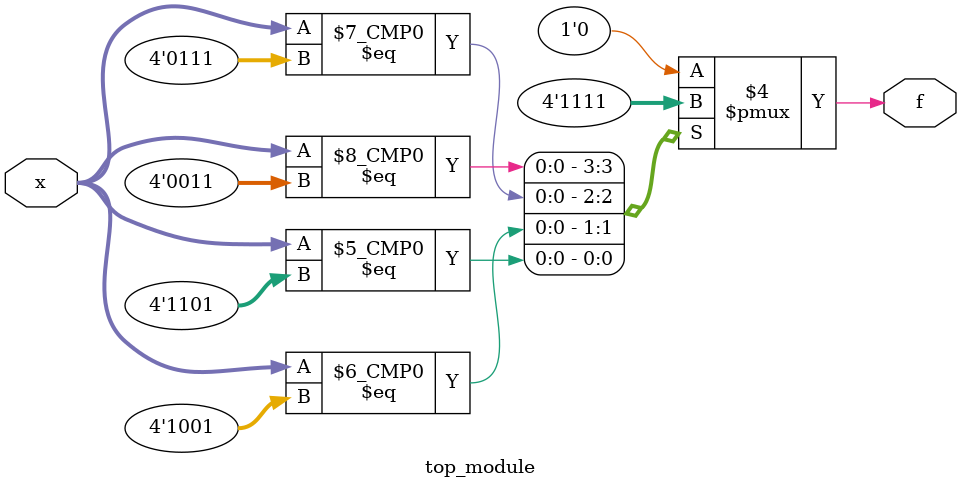
<source format=sv>
module top_module (
    input [4:1] x,
    output logic f
);

always_comb begin
    case ({x[4], x[3], x[2], x[1]})
        4'b0001: f = 1'b0;
        4'b0011: f = 1'b1;
        4'b0111: f = 1'b1;
        4'b1001: f = 1'b1;
        4'b1011: f = 1'b0;
        4'b1101: f = 1'b1;
        4'b1111: f = 1'b0;
        default: f = 1'b0; // Treat don't-care cases as 0
    endcase
end

endmodule

</source>
